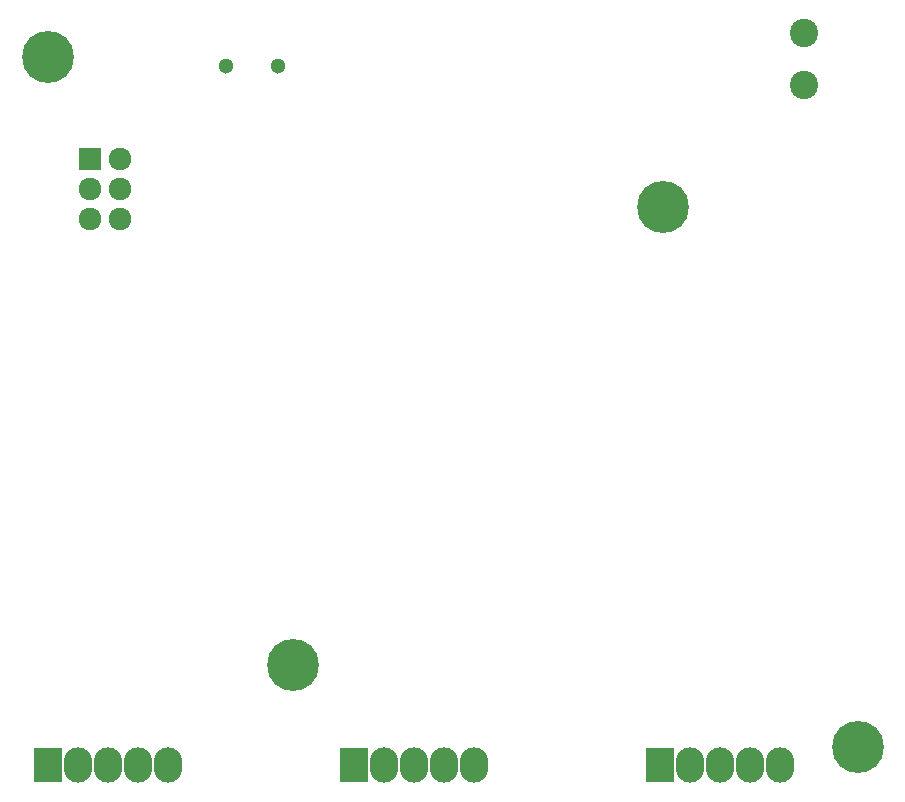
<source format=gbr>
G04 #@! TF.FileFunction,Soldermask,Bot*
%FSLAX46Y46*%
G04 Gerber Fmt 4.6, Leading zero omitted, Abs format (unit mm)*
G04 Created by KiCad (PCBNEW 4.0.5) date 10/24/17 15:29:36*
%MOMM*%
%LPD*%
G01*
G04 APERTURE LIST*
%ADD10C,0.100000*%
%ADD11C,4.400000*%
%ADD12C,1.300000*%
%ADD13R,1.924000X1.924000*%
%ADD14C,1.924000*%
%ADD15C,2.400000*%
%ADD16R,2.400000X3.000000*%
%ADD17O,2.400000X3.000000*%
G04 APERTURE END LIST*
D10*
D11*
X209550000Y-58420000D03*
X178257200Y-97155000D03*
X226060000Y-104140000D03*
D12*
X176952000Y-46428000D03*
X172552000Y-46428000D03*
D13*
X161036000Y-54356000D03*
D14*
X161036000Y-56896000D03*
X161036000Y-59436000D03*
X163576000Y-59436000D03*
X163576000Y-56896000D03*
X163576000Y-54356000D03*
D15*
X221488000Y-43708000D03*
X221488000Y-48108000D03*
D16*
X157480000Y-105664000D03*
D17*
X160020000Y-105664000D03*
X162560000Y-105664000D03*
X165100000Y-105664000D03*
X167640000Y-105664000D03*
D16*
X183388000Y-105664000D03*
D17*
X185928000Y-105664000D03*
X188468000Y-105664000D03*
X191008000Y-105664000D03*
X193548000Y-105664000D03*
D16*
X209296000Y-105664000D03*
D17*
X211836000Y-105664000D03*
X214376000Y-105664000D03*
X216916000Y-105664000D03*
X219456000Y-105664000D03*
D11*
X157480000Y-45720000D03*
M02*

</source>
